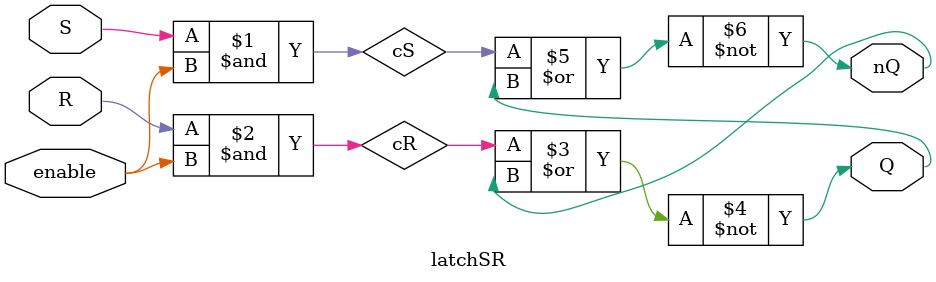
<source format=v>

module latchSR(input enable, S, R, output Q, nQ);
  and (cS, S, enable);
  and (cR, R, enable);
  nor (Q, cR, nQ);
  nor (nQ, cS, Q);
endmodule

</source>
